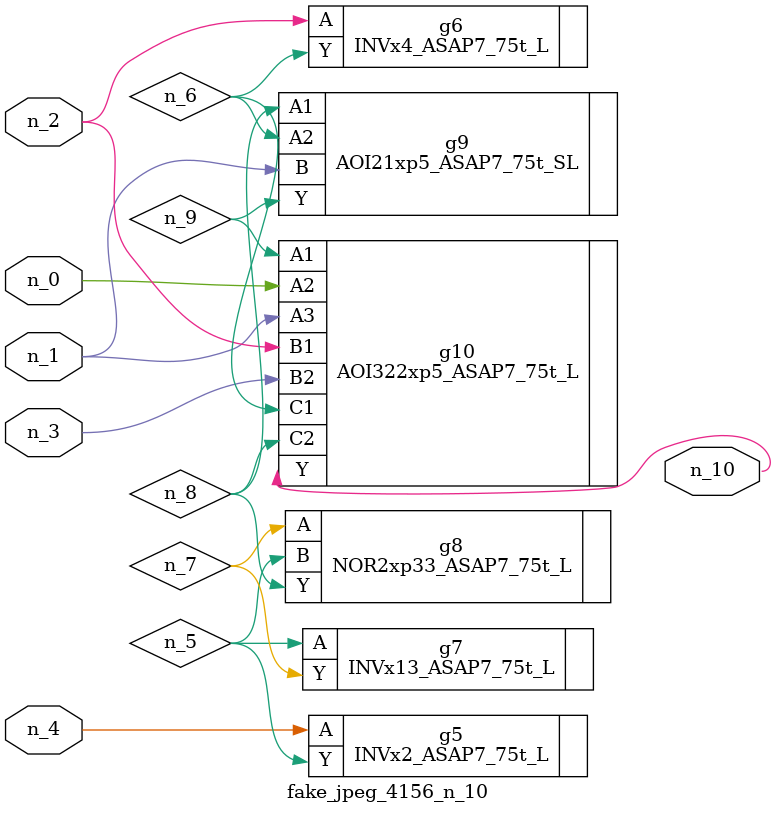
<source format=v>
module fake_jpeg_4156_n_10 (n_3, n_2, n_1, n_0, n_4, n_10);

input n_3;
input n_2;
input n_1;
input n_0;
input n_4;

output n_10;

wire n_8;
wire n_9;
wire n_6;
wire n_5;
wire n_7;

INVx2_ASAP7_75t_L g5 ( 
.A(n_4),
.Y(n_5)
);

INVx4_ASAP7_75t_L g6 ( 
.A(n_2),
.Y(n_6)
);

INVx13_ASAP7_75t_L g7 ( 
.A(n_5),
.Y(n_7)
);

NOR2xp33_ASAP7_75t_L g8 ( 
.A(n_7),
.B(n_5),
.Y(n_8)
);

AOI21xp5_ASAP7_75t_SL g9 ( 
.A1(n_8),
.A2(n_6),
.B(n_1),
.Y(n_9)
);

AOI322xp5_ASAP7_75t_L g10 ( 
.A1(n_9),
.A2(n_0),
.A3(n_1),
.B1(n_2),
.B2(n_3),
.C1(n_6),
.C2(n_8),
.Y(n_10)
);


endmodule
</source>
